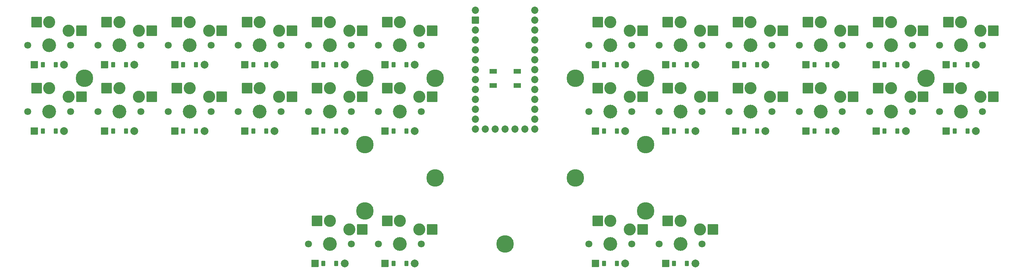
<source format=gbr>
%TF.GenerationSoftware,KiCad,Pcbnew,9.0.0*%
%TF.CreationDate,2025-04-18T14:09:36+02:00*%
%TF.ProjectId,pcb,7063622e-6b69-4636-9164-5f7063625858,v1.0.0*%
%TF.SameCoordinates,Original*%
%TF.FileFunction,Soldermask,Bot*%
%TF.FilePolarity,Negative*%
%FSLAX46Y46*%
G04 Gerber Fmt 4.6, Leading zero omitted, Abs format (unit mm)*
G04 Created by KiCad (PCBNEW 9.0.0) date 2025-04-18 14:09:36*
%MOMM*%
%LPD*%
G01*
G04 APERTURE LIST*
G04 Aperture macros list*
%AMRoundRect*
0 Rectangle with rounded corners*
0 $1 Rounding radius*
0 $2 $3 $4 $5 $6 $7 $8 $9 X,Y pos of 4 corners*
0 Add a 4 corners polygon primitive as box body*
4,1,4,$2,$3,$4,$5,$6,$7,$8,$9,$2,$3,0*
0 Add four circle primitives for the rounded corners*
1,1,$1+$1,$2,$3*
1,1,$1+$1,$4,$5*
1,1,$1+$1,$6,$7*
1,1,$1+$1,$8,$9*
0 Add four rect primitives between the rounded corners*
20,1,$1+$1,$2,$3,$4,$5,0*
20,1,$1+$1,$4,$5,$6,$7,0*
20,1,$1+$1,$6,$7,$8,$9,0*
20,1,$1+$1,$8,$9,$2,$3,0*%
G04 Aperture macros list end*
%ADD10C,3.529000*%
%ADD11C,1.801800*%
%ADD12C,3.100000*%
%ADD13RoundRect,0.050000X-1.300000X-1.300000X1.300000X-1.300000X1.300000X1.300000X-1.300000X1.300000X0*%
%ADD14RoundRect,0.050000X-0.450000X-0.600000X0.450000X-0.600000X0.450000X0.600000X-0.450000X0.600000X0*%
%ADD15RoundRect,0.050000X-0.889000X-0.889000X0.889000X-0.889000X0.889000X0.889000X-0.889000X0.889000X0*%
%ADD16C,2.005000*%
%ADD17C,1.852600*%
%ADD18RoundRect,0.050000X-0.876300X0.876300X-0.876300X-0.876300X0.876300X-0.876300X0.876300X0.876300X0*%
%ADD19RoundRect,0.050000X-0.900000X-0.550000X0.900000X-0.550000X0.900000X0.550000X-0.900000X0.550000X0*%
%ADD20C,4.500000*%
%ADD21C,0.800000*%
G04 APERTURE END LIST*
D10*
%TO.C,S1*%
X100000000Y-100000000D03*
D11*
X105500000Y-100000000D03*
X94500000Y-100000000D03*
D12*
X105000000Y-96250000D03*
X100000000Y-94050000D03*
D13*
X96725000Y-94050000D03*
X108275000Y-96250000D03*
%TD*%
D10*
%TO.C,S2*%
X100000000Y-83000000D03*
D11*
X105500000Y-83000000D03*
X94500000Y-83000000D03*
D12*
X105000000Y-79250000D03*
X100000000Y-77050000D03*
D13*
X96725000Y-77050000D03*
X108275000Y-79250000D03*
%TD*%
D10*
%TO.C,S3*%
X118000000Y-100000000D03*
D11*
X123500000Y-100000000D03*
X112500000Y-100000000D03*
D12*
X123000000Y-96250000D03*
X118000000Y-94050000D03*
D13*
X114725000Y-94050000D03*
X126275000Y-96250000D03*
%TD*%
D10*
%TO.C,S4*%
X118000000Y-83000000D03*
D11*
X123500000Y-83000000D03*
X112500000Y-83000000D03*
D12*
X123000000Y-79250000D03*
X118000000Y-77050000D03*
D13*
X114725000Y-77050000D03*
X126275000Y-79250000D03*
%TD*%
D10*
%TO.C,S5*%
X136000000Y-100000000D03*
D11*
X141500000Y-100000000D03*
X130500000Y-100000000D03*
D12*
X141000000Y-96250000D03*
X136000000Y-94050000D03*
D13*
X132725000Y-94050000D03*
X144275000Y-96250000D03*
%TD*%
D10*
%TO.C,S6*%
X136000000Y-83000000D03*
D11*
X141500000Y-83000000D03*
X130500000Y-83000000D03*
D12*
X141000000Y-79250000D03*
X136000000Y-77050000D03*
D13*
X132725000Y-77050000D03*
X144275000Y-79250000D03*
%TD*%
D10*
%TO.C,S7*%
X154000000Y-100000000D03*
D11*
X159500000Y-100000000D03*
X148500000Y-100000000D03*
D12*
X159000000Y-96250000D03*
X154000000Y-94050000D03*
D13*
X150725000Y-94050000D03*
X162275000Y-96250000D03*
%TD*%
D10*
%TO.C,S8*%
X154000000Y-83000000D03*
D11*
X159500000Y-83000000D03*
X148500000Y-83000000D03*
D12*
X159000000Y-79250000D03*
X154000000Y-77050000D03*
D13*
X150725000Y-77050000D03*
X162275000Y-79250000D03*
%TD*%
D10*
%TO.C,S9*%
X172000000Y-100000000D03*
D11*
X177500000Y-100000000D03*
X166500000Y-100000000D03*
D12*
X177000000Y-96250000D03*
X172000000Y-94050000D03*
D13*
X168725000Y-94050000D03*
X180275000Y-96250000D03*
%TD*%
D10*
%TO.C,S10*%
X172000000Y-83000000D03*
D11*
X177500000Y-83000000D03*
X166500000Y-83000000D03*
D12*
X177000000Y-79250000D03*
X172000000Y-77050000D03*
D13*
X168725000Y-77050000D03*
X180275000Y-79250000D03*
%TD*%
D10*
%TO.C,S11*%
X190000000Y-100000000D03*
D11*
X195500000Y-100000000D03*
X184500000Y-100000000D03*
D12*
X195000000Y-96250000D03*
X190000000Y-94050000D03*
D13*
X186725000Y-94050000D03*
X198275000Y-96250000D03*
%TD*%
D10*
%TO.C,S12*%
X190000000Y-83000000D03*
D11*
X195500000Y-83000000D03*
X184500000Y-83000000D03*
D12*
X195000000Y-79250000D03*
X190000000Y-77050000D03*
D13*
X186725000Y-77050000D03*
X198275000Y-79250000D03*
%TD*%
D10*
%TO.C,S13*%
X244000000Y-100000000D03*
D11*
X249500000Y-100000000D03*
X238500000Y-100000000D03*
D12*
X249000000Y-96250000D03*
X244000000Y-94050000D03*
D13*
X240725000Y-94050000D03*
X252275000Y-96250000D03*
%TD*%
D10*
%TO.C,S14*%
X244000000Y-83000000D03*
D11*
X249500000Y-83000000D03*
X238500000Y-83000000D03*
D12*
X249000000Y-79250000D03*
X244000000Y-77050000D03*
D13*
X240725000Y-77050000D03*
X252275000Y-79250000D03*
%TD*%
D10*
%TO.C,S15*%
X262000000Y-100000000D03*
D11*
X267500000Y-100000000D03*
X256500000Y-100000000D03*
D12*
X267000000Y-96250000D03*
X262000000Y-94050000D03*
D13*
X258725000Y-94050000D03*
X270275000Y-96250000D03*
%TD*%
D10*
%TO.C,S16*%
X262000000Y-83000000D03*
D11*
X267500000Y-83000000D03*
X256500000Y-83000000D03*
D12*
X267000000Y-79250000D03*
X262000000Y-77050000D03*
D13*
X258725000Y-77050000D03*
X270275000Y-79250000D03*
%TD*%
D10*
%TO.C,S17*%
X280000000Y-100000000D03*
D11*
X285500000Y-100000000D03*
X274500000Y-100000000D03*
D12*
X285000000Y-96250000D03*
X280000000Y-94050000D03*
D13*
X276725000Y-94050000D03*
X288275000Y-96250000D03*
%TD*%
D10*
%TO.C,S18*%
X280000000Y-83000000D03*
D11*
X285500000Y-83000000D03*
X274500000Y-83000000D03*
D12*
X285000000Y-79250000D03*
X280000000Y-77050000D03*
D13*
X276725000Y-77050000D03*
X288275000Y-79250000D03*
%TD*%
D10*
%TO.C,S19*%
X298000000Y-100000000D03*
D11*
X303500000Y-100000000D03*
X292500000Y-100000000D03*
D12*
X303000000Y-96250000D03*
X298000000Y-94050000D03*
D13*
X294725000Y-94050000D03*
X306275000Y-96250000D03*
%TD*%
D10*
%TO.C,S20*%
X298000000Y-83000000D03*
D11*
X303500000Y-83000000D03*
X292500000Y-83000000D03*
D12*
X303000000Y-79250000D03*
X298000000Y-77050000D03*
D13*
X294725000Y-77050000D03*
X306275000Y-79250000D03*
%TD*%
D10*
%TO.C,S21*%
X316000000Y-100000000D03*
D11*
X321500000Y-100000000D03*
X310500000Y-100000000D03*
D12*
X321000000Y-96250000D03*
X316000000Y-94050000D03*
D13*
X312725000Y-94050000D03*
X324275000Y-96250000D03*
%TD*%
D10*
%TO.C,S22*%
X316000000Y-83000000D03*
D11*
X321500000Y-83000000D03*
X310500000Y-83000000D03*
D12*
X321000000Y-79250000D03*
X316000000Y-77050000D03*
D13*
X312725000Y-77050000D03*
X324275000Y-79250000D03*
%TD*%
D10*
%TO.C,S23*%
X334000000Y-100000000D03*
D11*
X339500000Y-100000000D03*
X328500000Y-100000000D03*
D12*
X339000000Y-96250000D03*
X334000000Y-94050000D03*
D13*
X330725000Y-94050000D03*
X342275000Y-96250000D03*
%TD*%
D10*
%TO.C,S24*%
X334000000Y-83000000D03*
D11*
X339500000Y-83000000D03*
X328500000Y-83000000D03*
D12*
X339000000Y-79250000D03*
X334000000Y-77050000D03*
D13*
X330725000Y-77050000D03*
X342275000Y-79250000D03*
%TD*%
D10*
%TO.C,S25*%
X172000000Y-134000000D03*
D11*
X177500000Y-134000000D03*
X166500000Y-134000000D03*
D12*
X177000000Y-130250000D03*
X172000000Y-128050000D03*
D13*
X168725000Y-128050000D03*
X180275000Y-130250000D03*
%TD*%
D10*
%TO.C,S26*%
X190000000Y-134000000D03*
D11*
X195500000Y-134000000D03*
X184500000Y-134000000D03*
D12*
X195000000Y-130250000D03*
X190000000Y-128050000D03*
D13*
X186725000Y-128050000D03*
X198275000Y-130250000D03*
%TD*%
D10*
%TO.C,S27*%
X244000000Y-134000000D03*
D11*
X249500000Y-134000000D03*
X238500000Y-134000000D03*
D12*
X249000000Y-130250000D03*
X244000000Y-128050000D03*
D13*
X240725000Y-128050000D03*
X252275000Y-130250000D03*
%TD*%
D10*
%TO.C,S28*%
X262000000Y-134000000D03*
D11*
X267500000Y-134000000D03*
X256500000Y-134000000D03*
D12*
X267000000Y-130250000D03*
X262000000Y-128050000D03*
D13*
X258725000Y-128050000D03*
X270275000Y-130250000D03*
%TD*%
D14*
%TO.C,D1*%
X101650000Y-105000000D03*
X98350000Y-105000000D03*
D15*
X96190000Y-105000000D03*
D16*
X103810000Y-105000000D03*
%TD*%
D14*
%TO.C,D2*%
X101650000Y-88000000D03*
X98350000Y-88000000D03*
D15*
X96190000Y-88000000D03*
D16*
X103810000Y-88000000D03*
%TD*%
D14*
%TO.C,D3*%
X119650000Y-105000000D03*
X116350000Y-105000000D03*
D15*
X114190000Y-105000000D03*
D16*
X121810000Y-105000000D03*
%TD*%
D14*
%TO.C,D4*%
X119650000Y-88000000D03*
X116350000Y-88000000D03*
D15*
X114190000Y-88000000D03*
D16*
X121810000Y-88000000D03*
%TD*%
D14*
%TO.C,D5*%
X137650000Y-105000000D03*
X134350000Y-105000000D03*
D15*
X132190000Y-105000000D03*
D16*
X139810000Y-105000000D03*
%TD*%
D14*
%TO.C,D6*%
X137650000Y-88000000D03*
X134350000Y-88000000D03*
D15*
X132190000Y-88000000D03*
D16*
X139810000Y-88000000D03*
%TD*%
D14*
%TO.C,D7*%
X155650000Y-105000000D03*
X152350000Y-105000000D03*
D15*
X150190000Y-105000000D03*
D16*
X157810000Y-105000000D03*
%TD*%
D14*
%TO.C,D8*%
X155650000Y-88000000D03*
X152350000Y-88000000D03*
D15*
X150190000Y-88000000D03*
D16*
X157810000Y-88000000D03*
%TD*%
D14*
%TO.C,D9*%
X173650000Y-105000000D03*
X170350000Y-105000000D03*
D15*
X168190000Y-105000000D03*
D16*
X175810000Y-105000000D03*
%TD*%
D14*
%TO.C,D10*%
X173650000Y-88000000D03*
X170350000Y-88000000D03*
D15*
X168190000Y-88000000D03*
D16*
X175810000Y-88000000D03*
%TD*%
D14*
%TO.C,D11*%
X191650000Y-105000000D03*
X188350000Y-105000000D03*
D15*
X186190000Y-105000000D03*
D16*
X193810000Y-105000000D03*
%TD*%
D14*
%TO.C,D12*%
X191650000Y-88000000D03*
X188350000Y-88000000D03*
D15*
X186190000Y-88000000D03*
D16*
X193810000Y-88000000D03*
%TD*%
D14*
%TO.C,D13*%
X245650000Y-105000000D03*
X242350000Y-105000000D03*
D15*
X240190000Y-105000000D03*
D16*
X247810000Y-105000000D03*
%TD*%
D14*
%TO.C,D14*%
X245650000Y-88000000D03*
X242350000Y-88000000D03*
D15*
X240190000Y-88000000D03*
D16*
X247810000Y-88000000D03*
%TD*%
D14*
%TO.C,D15*%
X263650000Y-105000000D03*
X260350000Y-105000000D03*
D15*
X258190000Y-105000000D03*
D16*
X265810000Y-105000000D03*
%TD*%
D14*
%TO.C,D16*%
X263650000Y-88000000D03*
X260350000Y-88000000D03*
D15*
X258190000Y-88000000D03*
D16*
X265810000Y-88000000D03*
%TD*%
D14*
%TO.C,D17*%
X281650000Y-105000000D03*
X278350000Y-105000000D03*
D15*
X276190000Y-105000000D03*
D16*
X283810000Y-105000000D03*
%TD*%
D14*
%TO.C,D18*%
X281650000Y-88000000D03*
X278350000Y-88000000D03*
D15*
X276190000Y-88000000D03*
D16*
X283810000Y-88000000D03*
%TD*%
D14*
%TO.C,D19*%
X299650000Y-105000000D03*
X296350000Y-105000000D03*
D15*
X294190000Y-105000000D03*
D16*
X301810000Y-105000000D03*
%TD*%
D14*
%TO.C,D20*%
X299650000Y-88000000D03*
X296350000Y-88000000D03*
D15*
X294190000Y-88000000D03*
D16*
X301810000Y-88000000D03*
%TD*%
D14*
%TO.C,D21*%
X317650000Y-105000000D03*
X314350000Y-105000000D03*
D15*
X312190000Y-105000000D03*
D16*
X319810000Y-105000000D03*
%TD*%
D14*
%TO.C,D22*%
X317650000Y-88000000D03*
X314350000Y-88000000D03*
D15*
X312190000Y-88000000D03*
D16*
X319810000Y-88000000D03*
%TD*%
D14*
%TO.C,D23*%
X335650000Y-105000000D03*
X332350000Y-105000000D03*
D15*
X330190000Y-105000000D03*
D16*
X337810000Y-105000000D03*
%TD*%
D14*
%TO.C,D24*%
X335650000Y-88000000D03*
X332350000Y-88000000D03*
D15*
X330190000Y-88000000D03*
D16*
X337810000Y-88000000D03*
%TD*%
D14*
%TO.C,D25*%
X173650000Y-139000000D03*
X170350000Y-139000000D03*
D15*
X168190000Y-139000000D03*
D16*
X175810000Y-139000000D03*
%TD*%
D14*
%TO.C,D26*%
X191650000Y-139000000D03*
X188350000Y-139000000D03*
D15*
X186190000Y-139000000D03*
D16*
X193810000Y-139000000D03*
%TD*%
D14*
%TO.C,D27*%
X245650000Y-139000000D03*
X242350000Y-139000000D03*
D15*
X240190000Y-139000000D03*
D16*
X247810000Y-139000000D03*
%TD*%
D14*
%TO.C,D28*%
X263650000Y-139000000D03*
X260350000Y-139000000D03*
D15*
X258190000Y-139000000D03*
D16*
X265810000Y-139000000D03*
%TD*%
D17*
%TO.C,MCU1*%
X209380000Y-73990000D03*
D18*
X209380000Y-76530000D03*
D17*
X209380000Y-79070000D03*
X209380000Y-81610000D03*
X209380000Y-84150000D03*
X209380000Y-86690000D03*
X209380000Y-89230000D03*
X209380000Y-91770000D03*
X209380000Y-94310000D03*
X209380000Y-96850000D03*
X209380000Y-99390000D03*
X209380000Y-101930000D03*
X209380000Y-104470000D03*
X222080000Y-104470000D03*
X219540000Y-104470000D03*
X217000000Y-104470000D03*
X214460000Y-104470000D03*
X211920000Y-104470000D03*
X224620000Y-73990000D03*
X224620000Y-76530000D03*
X224620000Y-79070000D03*
X224620000Y-81610000D03*
X224620000Y-84150000D03*
X224620000Y-86690000D03*
X224620000Y-89230000D03*
X224620000Y-91770000D03*
X224620000Y-94310000D03*
X224620000Y-96850000D03*
X224620000Y-99390000D03*
X224620000Y-101930000D03*
X224620000Y-104470000D03*
%TD*%
D19*
%TO.C,B1*%
X213900000Y-89650000D03*
X220100000Y-89650000D03*
X213900000Y-93350000D03*
X220100000Y-93350000D03*
%TD*%
D20*
%TO.C,_1*%
X109000000Y-91500000D03*
D21*
X110629630Y-91500000D03*
X110152322Y-92652322D03*
X109000000Y-93129630D03*
X107847678Y-92652322D03*
X107370370Y-91500000D03*
X107847678Y-90347678D03*
X109000000Y-89870370D03*
X110152322Y-90347678D03*
%TD*%
D20*
%TO.C,_2*%
X181000000Y-91500000D03*
D21*
X182629630Y-91500000D03*
X182152322Y-92652322D03*
X181000000Y-93129630D03*
X179847678Y-92652322D03*
X179370370Y-91500000D03*
X179847678Y-90347678D03*
X181000000Y-89870370D03*
X182152322Y-90347678D03*
%TD*%
D20*
%TO.C,_3*%
X181000000Y-108500000D03*
D21*
X182629630Y-108500000D03*
X182152322Y-109652322D03*
X181000000Y-110129630D03*
X179847678Y-109652322D03*
X179370370Y-108500000D03*
X179847678Y-107347678D03*
X181000000Y-106870370D03*
X182152322Y-107347678D03*
%TD*%
D20*
%TO.C,_4*%
X199000000Y-91500000D03*
D21*
X200629630Y-91500000D03*
X200152322Y-92652322D03*
X199000000Y-93129630D03*
X197847678Y-92652322D03*
X197370370Y-91500000D03*
X197847678Y-90347678D03*
X199000000Y-89870370D03*
X200152322Y-90347678D03*
%TD*%
D20*
%TO.C,_5*%
X199000000Y-117000000D03*
D21*
X200629630Y-117000000D03*
X200152322Y-118152322D03*
X199000000Y-118629630D03*
X197847678Y-118152322D03*
X197370370Y-117000000D03*
X197847678Y-115847678D03*
X199000000Y-115370370D03*
X200152322Y-115847678D03*
%TD*%
D20*
%TO.C,_6*%
X181000000Y-125500000D03*
D21*
X182629630Y-125500000D03*
X182152322Y-126652322D03*
X181000000Y-127129630D03*
X179847678Y-126652322D03*
X179370370Y-125500000D03*
X179847678Y-124347678D03*
X181000000Y-123870370D03*
X182152322Y-124347678D03*
%TD*%
D20*
%TO.C,_7*%
X325000000Y-91500000D03*
D21*
X326629630Y-91500000D03*
X326152322Y-92652322D03*
X325000000Y-93129630D03*
X323847678Y-92652322D03*
X323370370Y-91500000D03*
X323847678Y-90347678D03*
X325000000Y-89870370D03*
X326152322Y-90347678D03*
%TD*%
D20*
%TO.C,_8*%
X253000000Y-91500000D03*
D21*
X254629630Y-91500000D03*
X254152322Y-92652322D03*
X253000000Y-93129630D03*
X251847678Y-92652322D03*
X251370370Y-91500000D03*
X251847678Y-90347678D03*
X253000000Y-89870370D03*
X254152322Y-90347678D03*
%TD*%
D20*
%TO.C,_9*%
X253000000Y-108500000D03*
D21*
X254629630Y-108500000D03*
X254152322Y-109652322D03*
X253000000Y-110129630D03*
X251847678Y-109652322D03*
X251370370Y-108500000D03*
X251847678Y-107347678D03*
X253000000Y-106870370D03*
X254152322Y-107347678D03*
%TD*%
D20*
%TO.C,_10*%
X235000000Y-91500000D03*
D21*
X236629630Y-91500000D03*
X236152322Y-92652322D03*
X235000000Y-93129630D03*
X233847678Y-92652322D03*
X233370370Y-91500000D03*
X233847678Y-90347678D03*
X235000000Y-89870370D03*
X236152322Y-90347678D03*
%TD*%
D20*
%TO.C,_11*%
X235000000Y-117000000D03*
D21*
X236629630Y-117000000D03*
X236152322Y-118152322D03*
X235000000Y-118629630D03*
X233847678Y-118152322D03*
X233370370Y-117000000D03*
X233847678Y-115847678D03*
X235000000Y-115370370D03*
X236152322Y-115847678D03*
%TD*%
D20*
%TO.C,_12*%
X253000000Y-125500000D03*
D21*
X254629630Y-125500000D03*
X254152322Y-126652322D03*
X253000000Y-127129630D03*
X251847678Y-126652322D03*
X251370370Y-125500000D03*
X251847678Y-124347678D03*
X253000000Y-123870370D03*
X254152322Y-124347678D03*
%TD*%
D20*
%TO.C,_13*%
X217000000Y-134000000D03*
D21*
X218629630Y-134000000D03*
X218152322Y-135152322D03*
X217000000Y-135629630D03*
X215847678Y-135152322D03*
X215370370Y-134000000D03*
X215847678Y-132847678D03*
X217000000Y-132370370D03*
X218152322Y-132847678D03*
%TD*%
M02*

</source>
